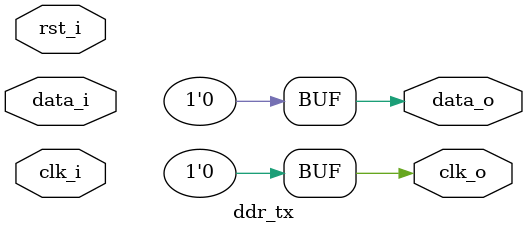
<source format=v>
module ddr_tx(	// file.cleaned.mlir:2:3
  input        rst_i,	// file.cleaned.mlir:2:24
  input  [1:0] data_i,	// file.cleaned.mlir:2:40
  input        clk_i,	// file.cleaned.mlir:2:57
  output       data_o,	// file.cleaned.mlir:2:74
               clk_o	// file.cleaned.mlir:2:91
);

  assign data_o = 1'h0;	// file.cleaned.mlir:3:14, :4:5
  assign clk_o = 1'h0;	// file.cleaned.mlir:3:14, :4:5
endmodule


</source>
